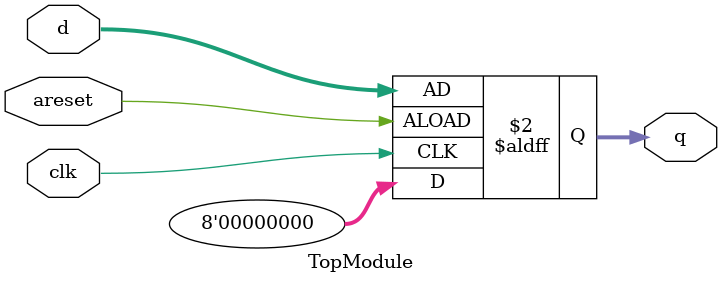
<source format=sv>

module TopModule (
  input wire clk,
  input wire areset,
  input [7:0] d,
  output reg [7:0] q
);

// Instantiate 8 D flip-flops with active high asynchronous reset
always @(posedge clk or negedge areset) begin
  if (areset) begin
    q <= 8'b0; // Reset all DFFs to 0 when areset is high
  end else begin
    q <= d; // Assign the value of 'd' to 'q' on positive edge of clk
  end
end

endmodule

// VERILOG-EVAL: errant inclusion of module definition

</source>
